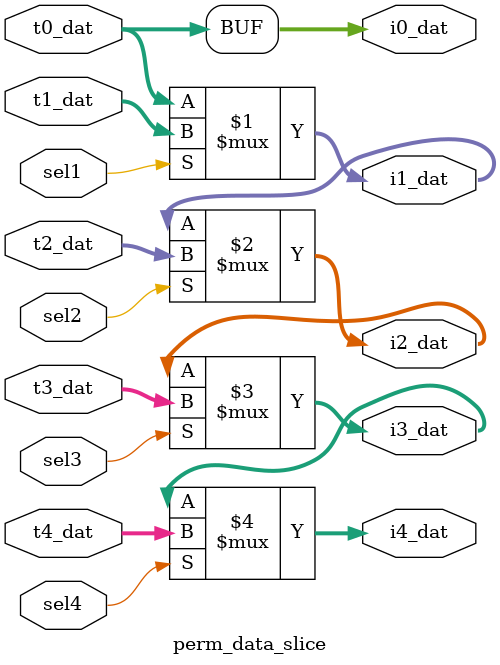
<source format=v>

module perm_data_slice (

    // stage 0
    input        [31:0] t0_dat,
    output wire [31:0] i0_dat,

    // stage 1
    input        [31:0] t1_dat,
    output wire [31:0] i1_dat,

    // stage 2
    input        [31:0] t2_dat,
    output wire [31:0] i2_dat,

    // stage 3
    input        [31:0] t3_dat,
    output wire [31:0] i3_dat,

    // stage 4
    input        [31:0] t4_dat,
    output wire [31:0] i4_dat,

    input sel1, sel2, sel3, sel4
);


    assign i0_dat = t0_dat;

    assign i1_dat = sel1 ? t1_dat : i0_dat;

    assign i2_dat = sel2 ? t2_dat : i1_dat;

    assign i3_dat = sel3 ? t3_dat : i2_dat;

    assign i4_dat = sel4 ? t4_dat : i3_dat;


endmodule

</source>
